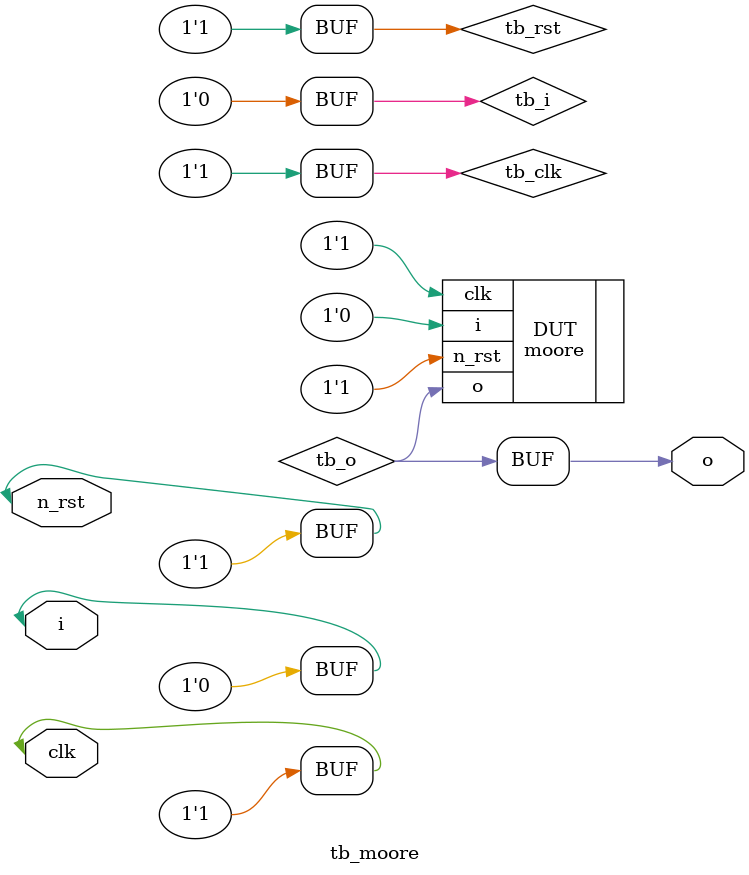
<source format=sv>
`timescale 1ns / 100ps
module tb_moore(
//#####################WHEN SUBMIT, GET RID OF NEXT_S AND CUR_S FROM DUT #################
input wire clk,
input wire n_rst,
input wire i,
output reg o
);
   reg tb_clk;
   reg tb_rst;
   reg tb_i;
   reg tb_o;
//   reg ns;
//   reg [2:0] cs;
   
   
   moore DUT(.clk(tb_clk), .n_rst(tb_rst), .i(tb_i), .o(tb_o));
//, .next_s(ns), .cur_s(cs));
   
    always
      begin
        tb_clk = 1'b0;
        #(1);
        tb_clk = 1'b1;
        #(1);
      end

   
   assign clk = tb_clk;
   assign n_rst = tb_rst;
   assign i=tb_i;
   assign o=tb_o;
      
   initial
     begin
	tb_rst=0; //reset
    tb_i = 0;   
	
	#(2);
	/////////////////////////////////////
tb_rst=1; tb_i=0;
	#(2);
tb_rst=1;	tb_i=0;
	#(2);
tb_rst=1;	tb_i=0;
	#(2);	
tb_rst=1;	tb_i=0;
	#(2);
	//////////////////////0001//////////////////////
	tb_rst=1; tb_i=0;	#(2);tb_rst=1;tb_i=0;#(2);tb_rst=1;tb_i=0;#(2); tb_rst=1;tb_i=1;#(2);
	//////////////////////0010//////////////////////
tb_rst=1;	tb_i=0;	#(2);tb_rst=1;tb_i=0;#(2);tb_rst=1;tb_i=1;#(2);tb_rst=1; tb_i=0;#(2);
	//////////////////////0011//////////////////////
	tb_rst=1;tb_i=0;	#(2);tb_rst=1;tb_i=0;#(2);tb_rst=1;tb_i=1;#(2); tb_rst=1;tb_i=1;#(2);
	//////////////////////0100//////////////////////
	tb_rst=1;tb_i=0;	#(2);tb_rst=1;tb_i=1;#(2);tb_rst=1;tb_i=0;#(2); tb_rst=1;tb_i=0;#(2);
	//////////////////////0101//////////////////////
tb_rst=1;	tb_i=0;	#(2);tb_rst=1;tb_i=1;#(2);tb_rst=1;tb_i=0;#(2);tb_rst=1; tb_i=1;#(2);
	//////////////////////0110//////////////////////
tb_rst=1;	tb_i=0;	#(2);tb_rst=1;tb_i=1;#(2);tb_rst=1;tb_i=1;#(2);tb_rst=1; tb_i=0;#(2);
	//////////////////////0111//////////////////////
tb_rst=1;	tb_i=0;	#(2);tb_rst=1;tb_i=1;#(2);tb_rst=1; tb_i=1;#(2); tb_rst=1;tb_i=1;#(2);
	//////////////////////1111//////////////////////
tb_rst=1;	tb_i=1;	#(2);tb_rst=1;tb_i=1;#(2);tb_rst=1;tb_i=1;#(2);tb_rst=1; tb_i=1;#(2);	
	////////////////// 1101  works//////////////////
	tb_rst=1;
	tb_i=1;
	#(2);
	tb_rst=1;
	tb_i=1;
	#(2);
	tb_rst=1;
	tb_i=0;
	#(2);	
	tb_rst=1;
	tb_i=1;
	#(2);
	//////////////////////101 after above works/////////////
	tb_rst=1;
	tb_i=1;
	#(2);
	tb_rst=1;
	tb_i=0;
	#(2);	
	tb_rst=1;
	tb_i=1;
	#(2);
	/* 10 */
	tb_rst=1;
	tb_i=1;
	#(2);
	tb_rst=0;
	tb_i=0;
	#(2);
	
	tb_rst=1;
	#(2);
	


	///////////////////////////////////////////
     end // initial begin
   endmodule

</source>
